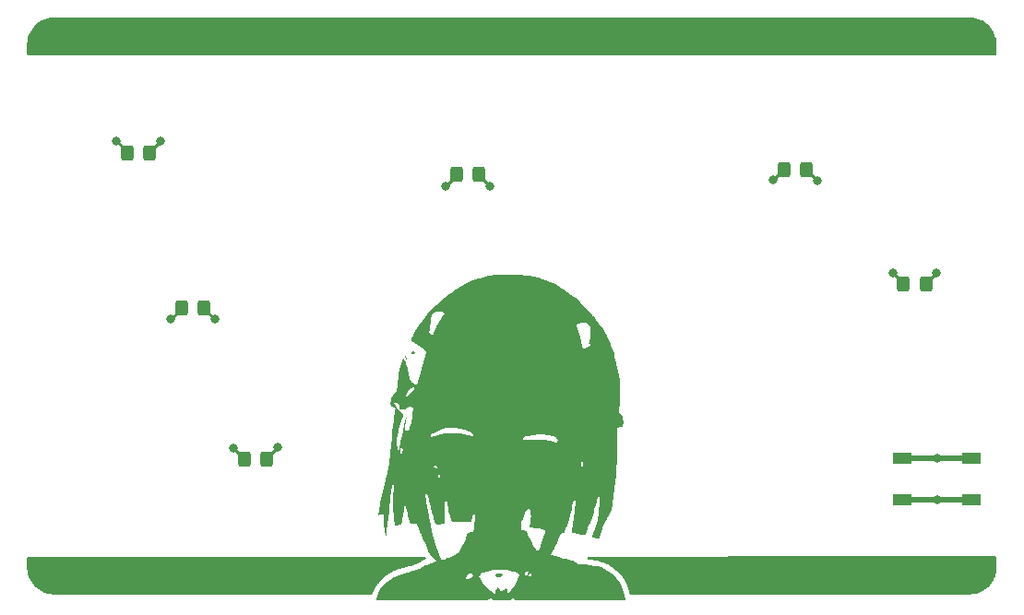
<source format=gbr>
%TF.GenerationSoftware,KiCad,Pcbnew,(6.0.8)*%
%TF.CreationDate,2022-10-23T13:20:45+08:00*%
%TF.ProjectId,LrtraPCB,4c727472-6150-4434-922e-6b696361645f,rev?*%
%TF.SameCoordinates,Original*%
%TF.FileFunction,Copper,L1,Top*%
%TF.FilePolarity,Positive*%
%FSLAX46Y46*%
G04 Gerber Fmt 4.6, Leading zero omitted, Abs format (unit mm)*
G04 Created by KiCad (PCBNEW (6.0.8)) date 2022-10-23 13:20:45*
%MOMM*%
%LPD*%
G01*
G04 APERTURE LIST*
G04 Aperture macros list*
%AMRoundRect*
0 Rectangle with rounded corners*
0 $1 Rounding radius*
0 $2 $3 $4 $5 $6 $7 $8 $9 X,Y pos of 4 corners*
0 Add a 4 corners polygon primitive as box body*
4,1,4,$2,$3,$4,$5,$6,$7,$8,$9,$2,$3,0*
0 Add four circle primitives for the rounded corners*
1,1,$1+$1,$2,$3*
1,1,$1+$1,$4,$5*
1,1,$1+$1,$6,$7*
1,1,$1+$1,$8,$9*
0 Add four rect primitives between the rounded corners*
20,1,$1+$1,$2,$3,$4,$5,0*
20,1,$1+$1,$4,$5,$6,$7,0*
20,1,$1+$1,$6,$7,$8,$9,0*
20,1,$1+$1,$8,$9,$2,$3,0*%
G04 Aperture macros list end*
%TA.AperFunction,SMDPad,CuDef*%
%ADD10RoundRect,0.250000X-0.325000X-0.450000X0.325000X-0.450000X0.325000X0.450000X-0.325000X0.450000X0*%
%TD*%
%TA.AperFunction,SMDPad,CuDef*%
%ADD11RoundRect,0.250000X0.325000X0.450000X-0.325000X0.450000X-0.325000X-0.450000X0.325000X-0.450000X0*%
%TD*%
%TA.AperFunction,SMDPad,CuDef*%
%ADD12R,1.700000X1.000000*%
%TD*%
%TA.AperFunction,ViaPad*%
%ADD13C,0.800000*%
%TD*%
%TA.AperFunction,Conductor*%
%ADD14C,0.250000*%
%TD*%
%TA.AperFunction,Conductor*%
%ADD15C,0.500000*%
%TD*%
G04 APERTURE END LIST*
%TO.C,G\u002A\u002A\u002A*%
G36*
X135040168Y-113178909D02*
G01*
X135085859Y-113271874D01*
X135074454Y-113372897D01*
X135015883Y-113434294D01*
X134920065Y-113456625D01*
X134831684Y-113433904D01*
X134807044Y-113408711D01*
X134794557Y-113332418D01*
X134805260Y-113252472D01*
X134857410Y-113164143D01*
X134938606Y-113143410D01*
X135040168Y-113178909D01*
G37*
G36*
X134278784Y-113620963D02*
G01*
X134300946Y-113720909D01*
X134323035Y-113865126D01*
X134320550Y-113927292D01*
X134294289Y-113905883D01*
X134251540Y-113815238D01*
X134222011Y-113696505D01*
X134229806Y-113601768D01*
X134254797Y-113573906D01*
X134278784Y-113620963D01*
G37*
G36*
X133390362Y-133809751D02*
G01*
X133594362Y-133725290D01*
X133825483Y-133646598D01*
X134103871Y-133566123D01*
X134449677Y-133476314D01*
X134451494Y-133475857D01*
X134685823Y-133414543D01*
X134897743Y-133354524D01*
X135067802Y-133301638D01*
X135176550Y-133261719D01*
X135194937Y-133252798D01*
X135315089Y-133203860D01*
X135412242Y-133186643D01*
X135504770Y-133158175D01*
X135621438Y-133086505D01*
X135667233Y-133049522D01*
X135766659Y-132968497D01*
X135870435Y-132901271D01*
X135996320Y-132839861D01*
X136162075Y-132776282D01*
X136385458Y-132702551D01*
X136558259Y-132648980D01*
X136800937Y-132571519D01*
X136962800Y-132508801D01*
X137049632Y-132453844D01*
X137067213Y-132399668D01*
X137021327Y-132339291D01*
X136917754Y-132265732D01*
X136890000Y-132248438D01*
X136757221Y-132145840D01*
X136625152Y-131998681D01*
X136489531Y-131799543D01*
X136346096Y-131541010D01*
X136190587Y-131215661D01*
X136018743Y-130816079D01*
X135903228Y-130530580D01*
X135802014Y-130278845D01*
X135709640Y-130054943D01*
X135631897Y-129872448D01*
X135574576Y-129744932D01*
X135543468Y-129685968D01*
X135542323Y-129684657D01*
X135507399Y-129607898D01*
X135500491Y-129550738D01*
X135485014Y-129457400D01*
X135445545Y-129320224D01*
X135415844Y-129236028D01*
X135331232Y-129012830D01*
X134706620Y-128986792D01*
X134548813Y-128508774D01*
X134475415Y-128274883D01*
X134405824Y-128032971D01*
X134349911Y-127818299D01*
X134326564Y-127714934D01*
X134268251Y-127467497D01*
X134213197Y-127304992D01*
X134163868Y-127227899D01*
X134122731Y-127236703D01*
X134092251Y-127331884D01*
X134074895Y-127513925D01*
X134071808Y-127665113D01*
X134067323Y-127868512D01*
X134055580Y-128056306D01*
X134038777Y-128197426D01*
X134031706Y-128231634D01*
X134004389Y-128354146D01*
X133970320Y-128528227D01*
X133936649Y-128717257D01*
X133935101Y-128726465D01*
X133878347Y-129065056D01*
X133617011Y-129119034D01*
X133471171Y-129144144D01*
X133360585Y-129153994D01*
X133316730Y-129148942D01*
X133282348Y-129084599D01*
X133247085Y-128937435D01*
X133211869Y-128713890D01*
X133177632Y-128420402D01*
X133145300Y-128063413D01*
X133129132Y-127848919D01*
X133108095Y-127432609D01*
X133101443Y-126972811D01*
X133109286Y-126456889D01*
X133113303Y-126352263D01*
X136082136Y-126352263D01*
X136086508Y-126514335D01*
X136110020Y-126740420D01*
X136153260Y-127035881D01*
X136216816Y-127406085D01*
X136301278Y-127856396D01*
X136322147Y-127963796D01*
X136358319Y-128152147D01*
X136403585Y-128392409D01*
X136451202Y-128648629D01*
X136481180Y-128811951D01*
X136522131Y-129029610D01*
X136561545Y-129227121D01*
X136594547Y-129380728D01*
X136613974Y-129459227D01*
X136639576Y-129555922D01*
X136679221Y-129716280D01*
X136727212Y-129916896D01*
X136771449Y-130106503D01*
X136820292Y-130314513D01*
X136864159Y-130494230D01*
X136898046Y-130625595D01*
X136916229Y-130686819D01*
X136942847Y-130773429D01*
X136947211Y-130798418D01*
X136971177Y-130870276D01*
X137002080Y-130932337D01*
X137034365Y-131008257D01*
X137085442Y-131149713D01*
X137148391Y-131336744D01*
X137216291Y-131549389D01*
X137218748Y-131557294D01*
X137310573Y-131848560D01*
X137385221Y-132062987D01*
X137451227Y-132209232D01*
X137517127Y-132295951D01*
X137591457Y-132331801D01*
X137682754Y-132325440D01*
X137799552Y-132285525D01*
X137896211Y-132244369D01*
X138061893Y-132178904D01*
X138261419Y-132109425D01*
X138395196Y-132067746D01*
X138582959Y-131998592D01*
X138730715Y-131916615D01*
X138783662Y-131871708D01*
X138871903Y-131794502D01*
X138945921Y-131758512D01*
X138951056Y-131758172D01*
X139009565Y-131741483D01*
X139073521Y-131684343D01*
X139150583Y-131576143D01*
X139248407Y-131406273D01*
X139362244Y-131188535D01*
X139452333Y-131015265D01*
X139529227Y-130873998D01*
X139583132Y-130782349D01*
X139602200Y-130756981D01*
X139628004Y-130709733D01*
X139674793Y-130596186D01*
X139735305Y-130434736D01*
X139786021Y-130291273D01*
X139940464Y-129843722D01*
X140206266Y-129807713D01*
X140472068Y-129771705D01*
X140525489Y-129454099D01*
X140551755Y-129268383D01*
X140566691Y-129134935D01*
X144837183Y-129134935D01*
X144839417Y-129214248D01*
X144852549Y-129592539D01*
X145089461Y-129630134D01*
X145240158Y-129662657D01*
X145324968Y-129707284D01*
X145364466Y-129767920D01*
X145451362Y-129975238D01*
X145567013Y-130221042D01*
X145701203Y-130486441D01*
X145843714Y-130752547D01*
X145984329Y-131000469D01*
X146112832Y-131211317D01*
X146219004Y-131366202D01*
X146249610Y-131404410D01*
X146302790Y-131456542D01*
X146352580Y-131455225D01*
X146433879Y-131401808D01*
X146517829Y-131307142D01*
X146607772Y-131149873D01*
X146667195Y-131013711D01*
X146755903Y-130773265D01*
X146840665Y-130521634D01*
X146917195Y-130274215D01*
X146981209Y-130046408D01*
X147028422Y-129853609D01*
X147054551Y-129711218D01*
X147055309Y-129634631D01*
X147052465Y-129629078D01*
X146988578Y-129592590D01*
X146861585Y-129549032D01*
X146696553Y-129505351D01*
X146518549Y-129468493D01*
X146414939Y-129452411D01*
X146279658Y-129433745D01*
X146090785Y-129406496D01*
X145882964Y-129375691D01*
X145801143Y-129363325D01*
X145715764Y-129345490D01*
X145662151Y-129313038D01*
X145637829Y-129250956D01*
X145640328Y-129144234D01*
X145667176Y-128977861D01*
X145705907Y-128785032D01*
X145740285Y-128554706D01*
X145752632Y-128319831D01*
X145744816Y-128097010D01*
X145718708Y-127902849D01*
X145676177Y-127753953D01*
X145619094Y-127666929D01*
X145578251Y-127651318D01*
X145490920Y-127678167D01*
X145381982Y-127744491D01*
X145278508Y-127828955D01*
X145207566Y-127910224D01*
X145191935Y-127955789D01*
X145185845Y-128063131D01*
X145176465Y-128097715D01*
X145149640Y-128172228D01*
X145103280Y-128302338D01*
X145049209Y-128454833D01*
X144988881Y-128608093D01*
X144930115Y-128728988D01*
X144886420Y-128790474D01*
X144855036Y-128844179D01*
X144839128Y-128954449D01*
X144837183Y-129134935D01*
X140566691Y-129134935D01*
X140578309Y-129031140D01*
X140601164Y-128780020D01*
X140610792Y-128648450D01*
X140623410Y-128428602D01*
X140626267Y-128280483D01*
X140618096Y-128186946D01*
X140597632Y-128130844D01*
X140570346Y-128100380D01*
X140500484Y-128064191D01*
X140468504Y-128069868D01*
X140417398Y-128159947D01*
X140370764Y-128307742D01*
X140336461Y-128481754D01*
X140322351Y-128650482D01*
X140322320Y-128655712D01*
X140321678Y-128878910D01*
X139417693Y-128864206D01*
X139142565Y-128858337D01*
X138898673Y-128850479D01*
X138699795Y-128841295D01*
X138559709Y-128831447D01*
X138492194Y-128821597D01*
X138488505Y-128819566D01*
X138466277Y-128765475D01*
X138428447Y-128646577D01*
X138381729Y-128484509D01*
X138361454Y-128410193D01*
X138312525Y-128230900D01*
X138269892Y-128080065D01*
X138240493Y-127982033D01*
X138234274Y-127963796D01*
X138206076Y-127884409D01*
X138199506Y-127863357D01*
X138179204Y-127796397D01*
X138172955Y-127731446D01*
X138168956Y-127654191D01*
X138148745Y-127519035D01*
X138117565Y-127351178D01*
X138080660Y-127175823D01*
X138043270Y-127018168D01*
X138010640Y-126903417D01*
X137991572Y-126859545D01*
X137948966Y-126821579D01*
X137914597Y-126826002D01*
X137887325Y-126880021D01*
X137866009Y-126990843D01*
X137849509Y-127165673D01*
X137836685Y-127411721D01*
X137826395Y-127736191D01*
X137821793Y-127932483D01*
X137799473Y-128968190D01*
X137635472Y-128981842D01*
X137512015Y-129007602D01*
X137424840Y-129052792D01*
X137417967Y-129059961D01*
X137319923Y-129118667D01*
X137209846Y-129103653D01*
X137152605Y-129057961D01*
X137089815Y-129013731D01*
X137058050Y-129015838D01*
X137015245Y-128997495D01*
X136965715Y-128919687D01*
X136963577Y-128914907D01*
X136917526Y-128819260D01*
X136885267Y-128767311D01*
X136861382Y-128707065D01*
X136860983Y-128700352D01*
X136849990Y-128587998D01*
X136825648Y-128445154D01*
X136794790Y-128304213D01*
X136764250Y-128197569D01*
X136747295Y-128161346D01*
X136718416Y-128095971D01*
X136680078Y-127969909D01*
X136640412Y-127810003D01*
X136639123Y-127804228D01*
X136596497Y-127621738D01*
X136542205Y-127402847D01*
X136480593Y-127163577D01*
X136416008Y-126919951D01*
X136352796Y-126687991D01*
X136295304Y-126483720D01*
X136247877Y-126323160D01*
X136214862Y-126222333D01*
X136202894Y-126196099D01*
X136146702Y-126190139D01*
X136128453Y-126198692D01*
X136096314Y-126248837D01*
X136082136Y-126352263D01*
X133113303Y-126352263D01*
X133131736Y-125872211D01*
X133149480Y-125532157D01*
X133133914Y-125421077D01*
X133086812Y-125385344D01*
X133057081Y-125396084D01*
X133028475Y-125444863D01*
X133000018Y-125538021D01*
X132970734Y-125681900D01*
X132939645Y-125882842D01*
X132905775Y-126147188D01*
X132868148Y-126481279D01*
X132825786Y-126891456D01*
X132777714Y-127384061D01*
X132775636Y-127405800D01*
X132747164Y-127686447D01*
X132712525Y-128002167D01*
X132677097Y-128304842D01*
X132658386Y-128454833D01*
X132627026Y-128699039D01*
X132595193Y-128947996D01*
X132567333Y-129166882D01*
X132552940Y-129280668D01*
X132531364Y-129494037D01*
X132516265Y-129722693D01*
X132511627Y-129872144D01*
X132502399Y-130030826D01*
X132480670Y-130125639D01*
X132451398Y-130149482D01*
X132419543Y-130095258D01*
X132402473Y-130028383D01*
X132332337Y-129609210D01*
X132281922Y-129131932D01*
X132257366Y-128755216D01*
X132242544Y-128534165D01*
X132223308Y-128342539D01*
X132202039Y-128199619D01*
X132181119Y-128124687D01*
X132179106Y-128121634D01*
X132136229Y-128087246D01*
X132072113Y-128093279D01*
X131959599Y-128142549D01*
X131954859Y-128144889D01*
X131844123Y-128197661D01*
X131771753Y-128228417D01*
X131759997Y-128231634D01*
X131752206Y-128189950D01*
X131762584Y-128072019D01*
X131788948Y-127888523D01*
X131829118Y-127650146D01*
X131880912Y-127367569D01*
X131942150Y-127051476D01*
X132010650Y-126712548D01*
X132084231Y-126361469D01*
X132160712Y-126008920D01*
X132237912Y-125665585D01*
X132313649Y-125342146D01*
X132385743Y-125049285D01*
X132452012Y-124797686D01*
X132484597Y-124682777D01*
X132545788Y-124456733D01*
X132548626Y-124443451D01*
X137234706Y-124443451D01*
X137234882Y-124530687D01*
X137268385Y-124665013D01*
X137316635Y-124750318D01*
X137368491Y-124769548D01*
X137384024Y-124758964D01*
X137402959Y-124679488D01*
X137370685Y-124552640D01*
X137317118Y-124448030D01*
X137266461Y-124410773D01*
X137234706Y-124443451D01*
X132548626Y-124443451D01*
X132593749Y-124232245D01*
X132616945Y-124102460D01*
X132634071Y-124030018D01*
X132643585Y-124013181D01*
X132659691Y-123969224D01*
X132683751Y-123839273D01*
X132686919Y-123818353D01*
X136831310Y-123818353D01*
X136845376Y-123841438D01*
X136922282Y-123882203D01*
X137025831Y-123887193D01*
X137112949Y-123858391D01*
X137138620Y-123827935D01*
X137135457Y-123749738D01*
X137109357Y-123681746D01*
X137072882Y-123613593D01*
X150374352Y-123613593D01*
X150377439Y-123718832D01*
X150383512Y-123750074D01*
X150421570Y-123798887D01*
X150461040Y-123767924D01*
X150495493Y-123666346D01*
X150512153Y-123566784D01*
X150534215Y-123425855D01*
X150560430Y-123308826D01*
X150564962Y-123293942D01*
X150567918Y-123207915D01*
X150519000Y-123170132D01*
X150447555Y-123151974D01*
X150427557Y-123155103D01*
X150409014Y-123213334D01*
X150392435Y-123329833D01*
X150380115Y-123473590D01*
X150374352Y-123613593D01*
X137072882Y-123613593D01*
X137059642Y-123588853D01*
X136928291Y-123685965D01*
X136844035Y-123761594D01*
X136831310Y-123818353D01*
X132686919Y-123818353D01*
X132704734Y-123700703D01*
X132728989Y-123590652D01*
X132744271Y-123544464D01*
X132755652Y-123477535D01*
X132768684Y-123339341D01*
X132782005Y-123147845D01*
X132794255Y-122921012D01*
X132798196Y-122832844D01*
X132810383Y-122599644D01*
X132819461Y-122477108D01*
X133772215Y-122477108D01*
X133793100Y-122548034D01*
X133836616Y-122540160D01*
X133901176Y-122449916D01*
X133930050Y-122394991D01*
X133984470Y-122248288D01*
X133984953Y-122107179D01*
X133974136Y-122049804D01*
X133934628Y-121904032D01*
X133897999Y-121845555D01*
X133862813Y-121874910D01*
X133827631Y-121992636D01*
X133804698Y-122113149D01*
X133775552Y-122330956D01*
X133772215Y-122477108D01*
X132819461Y-122477108D01*
X132825377Y-122397243D01*
X132841561Y-122242929D01*
X132857319Y-122153992D01*
X132862863Y-122140928D01*
X132884135Y-122075809D01*
X132905665Y-121947596D01*
X132923212Y-121782363D01*
X132925027Y-121758875D01*
X132971060Y-121199917D01*
X133027087Y-120626531D01*
X133090046Y-120066429D01*
X133156876Y-119547321D01*
X133207160Y-119204980D01*
X133244455Y-118953495D01*
X133273652Y-118729836D01*
X133292957Y-118550132D01*
X133300579Y-118430511D01*
X133297702Y-118390305D01*
X133235736Y-118338199D01*
X133142942Y-118321617D01*
X132996196Y-118283164D01*
X132897173Y-118177613D01*
X132857844Y-118019676D01*
X132858827Y-117972509D01*
X132865173Y-117910944D01*
X133207913Y-117910944D01*
X133250347Y-118015664D01*
X133334302Y-118157199D01*
X133450369Y-118321053D01*
X133589137Y-118492734D01*
X133725800Y-118642102D01*
X133855333Y-118773972D01*
X133943719Y-118873453D01*
X133993064Y-118959671D01*
X134005472Y-119051754D01*
X133983047Y-119168828D01*
X133927896Y-119330020D01*
X133842122Y-119554458D01*
X133829761Y-119586837D01*
X133694829Y-119997581D01*
X133578382Y-120465709D01*
X133492334Y-120933040D01*
X133464840Y-121110233D01*
X133441151Y-121258959D01*
X133425556Y-121352387D01*
X133423573Y-121363197D01*
X133420726Y-121464128D01*
X133433400Y-121620349D01*
X133457111Y-121801017D01*
X133487376Y-121975292D01*
X133519712Y-122112330D01*
X133540653Y-122168617D01*
X133582669Y-122222948D01*
X133619906Y-122210444D01*
X133656451Y-122124423D01*
X133696394Y-121958203D01*
X133709438Y-121892794D01*
X133747676Y-121701319D01*
X133799701Y-121449042D01*
X133844881Y-121233926D01*
X144991601Y-121233926D01*
X145009112Y-121281416D01*
X145080240Y-121304263D01*
X145216593Y-121306245D01*
X145426142Y-121291458D01*
X146016568Y-121260302D01*
X146574003Y-121271280D01*
X147080726Y-121323597D01*
X147370693Y-121378516D01*
X147578297Y-121427890D01*
X147762523Y-121474547D01*
X147900439Y-121512514D01*
X147961185Y-121532283D01*
X148075234Y-121562617D01*
X148144084Y-121529874D01*
X148191625Y-121421501D01*
X148195170Y-121409375D01*
X148213438Y-121307869D01*
X148186220Y-121231241D01*
X148106558Y-121145497D01*
X148037615Y-121089527D01*
X147952072Y-121042615D01*
X147835125Y-121000141D01*
X147671968Y-120957487D01*
X147447797Y-120910035D01*
X147200909Y-120862976D01*
X146948383Y-120830905D01*
X146664045Y-120819296D01*
X146362672Y-120826152D01*
X146059045Y-120849479D01*
X145767944Y-120887279D01*
X145504147Y-120937558D01*
X145282434Y-120998319D01*
X145117584Y-121067567D01*
X145024378Y-121143305D01*
X145016100Y-121158016D01*
X144991601Y-121233926D01*
X133844881Y-121233926D01*
X133859922Y-121162314D01*
X133896216Y-120991990D01*
X136527241Y-120991990D01*
X136533625Y-121028126D01*
X136563351Y-121042426D01*
X136632274Y-121033056D01*
X136756252Y-120998179D01*
X136917839Y-120946759D01*
X137154669Y-120876254D01*
X137419407Y-120806869D01*
X137659689Y-120752215D01*
X137687874Y-120746615D01*
X138198586Y-120682584D01*
X138746848Y-120677175D01*
X139303541Y-120729626D01*
X139674341Y-120798473D01*
X139949415Y-120860457D01*
X140150023Y-120904310D01*
X140288731Y-120931812D01*
X140378105Y-120944743D01*
X140430709Y-120944884D01*
X140459110Y-120934016D01*
X140475873Y-120913918D01*
X140476943Y-120912198D01*
X140475442Y-120837637D01*
X140400744Y-120746602D01*
X140265447Y-120647312D01*
X140082152Y-120547987D01*
X139863457Y-120456846D01*
X139694754Y-120401943D01*
X139252195Y-120291194D01*
X138846209Y-120228760D01*
X138441205Y-120210386D01*
X138169195Y-120219598D01*
X137895241Y-120241113D01*
X137709163Y-120267796D01*
X137609697Y-120299850D01*
X137596299Y-120310850D01*
X137527020Y-120356948D01*
X137403997Y-120409499D01*
X137315857Y-120438546D01*
X137144403Y-120501827D01*
X136978253Y-120583367D01*
X136920207Y-120619185D01*
X136800162Y-120688971D01*
X136696757Y-120728683D01*
X136670968Y-120732162D01*
X136573122Y-120751993D01*
X136552018Y-120806244D01*
X136577734Y-120850814D01*
X136604555Y-120900807D01*
X136577347Y-120910721D01*
X136535404Y-120947667D01*
X136527241Y-120991990D01*
X133896216Y-120991990D01*
X133922747Y-120867486D01*
X133982587Y-120590907D01*
X134033850Y-120358927D01*
X134050417Y-120285765D01*
X134095521Y-120085513D01*
X134147046Y-119852248D01*
X134188591Y-119660808D01*
X134231771Y-119476224D01*
X134270462Y-119339868D01*
X134300928Y-119259829D01*
X134319435Y-119244195D01*
X134322249Y-119301056D01*
X134312250Y-119392970D01*
X134288267Y-119545823D01*
X134253818Y-119739349D01*
X134223049Y-119898085D01*
X134191195Y-120074338D01*
X134168907Y-120234374D01*
X134161336Y-120335345D01*
X134166921Y-120420818D01*
X134200865Y-120452146D01*
X134288953Y-120445168D01*
X134328735Y-120438163D01*
X134445160Y-120414272D01*
X134519952Y-120393652D01*
X134526987Y-120390490D01*
X134585966Y-120318429D01*
X134649992Y-120176081D01*
X134712999Y-119981742D01*
X134768916Y-119753708D01*
X134806014Y-119549209D01*
X134835961Y-119334255D01*
X134863730Y-119104028D01*
X134887803Y-118875547D01*
X134906666Y-118665831D01*
X134913778Y-118563893D01*
X153012262Y-118563893D01*
X153021617Y-118589455D01*
X153070972Y-118615985D01*
X153098653Y-118597234D01*
X153120252Y-118525738D01*
X153110897Y-118500176D01*
X153061542Y-118473646D01*
X153033860Y-118492397D01*
X153012262Y-118563893D01*
X134913778Y-118563893D01*
X134918800Y-118491900D01*
X134922690Y-118370771D01*
X134916820Y-118319466D01*
X134915637Y-118318831D01*
X134714754Y-118291909D01*
X134573204Y-118289136D01*
X134463332Y-118314561D01*
X134357484Y-118372234D01*
X134306135Y-118408090D01*
X134178885Y-118490933D01*
X134077980Y-118524767D01*
X133964247Y-118521226D01*
X133938317Y-118517347D01*
X133803342Y-118478719D01*
X133720613Y-118402302D01*
X133693795Y-118355203D01*
X133654177Y-118254565D01*
X133647385Y-118189291D01*
X133648782Y-118186398D01*
X133655774Y-118100142D01*
X133596627Y-118004734D01*
X133488663Y-117922727D01*
X133424844Y-117894835D01*
X133308194Y-117862430D01*
X133228270Y-117854159D01*
X133216410Y-117857530D01*
X133207913Y-117910944D01*
X132865173Y-117910944D01*
X132882659Y-117741301D01*
X133089983Y-117741301D01*
X133106316Y-117778044D01*
X133119742Y-117771060D01*
X133125085Y-117718083D01*
X133119742Y-117711541D01*
X133093204Y-117717668D01*
X133089983Y-117741301D01*
X132882659Y-117741301D01*
X132887141Y-117697814D01*
X132933284Y-117489436D01*
X133005770Y-117324903D01*
X133080093Y-117225776D01*
X134255901Y-117225776D01*
X134280375Y-117265144D01*
X134312411Y-117286291D01*
X134353546Y-117281500D01*
X134415315Y-117242415D01*
X134509254Y-117160680D01*
X134646898Y-117027939D01*
X134752300Y-116923290D01*
X134909704Y-116765320D01*
X135011273Y-116658203D01*
X135064535Y-116589896D01*
X135077019Y-116548357D01*
X135056254Y-116521545D01*
X135016570Y-116500622D01*
X134941189Y-116480443D01*
X134861231Y-116498194D01*
X134764452Y-116562054D01*
X134638611Y-116680202D01*
X134471466Y-116860817D01*
X134462654Y-116870682D01*
X134330852Y-117030354D01*
X134263619Y-117145073D01*
X134255901Y-117225776D01*
X133080093Y-117225776D01*
X133113110Y-117181740D01*
X133186509Y-117107348D01*
X133408000Y-116897472D01*
X133473168Y-116303833D01*
X133516497Y-115953417D01*
X133569829Y-115592722D01*
X133630531Y-115234119D01*
X133695971Y-114889979D01*
X133763517Y-114572671D01*
X133830536Y-114294567D01*
X133894397Y-114068037D01*
X133952467Y-113905450D01*
X134001788Y-113819503D01*
X134057048Y-113777838D01*
X134088580Y-113812420D01*
X134098141Y-113838560D01*
X134129619Y-113916323D01*
X134188786Y-114051011D01*
X134265113Y-114218865D01*
X134300660Y-114295478D01*
X134385728Y-114496453D01*
X134446083Y-114676738D01*
X134473142Y-114809999D01*
X134473814Y-114826701D01*
X134484393Y-114969939D01*
X134512306Y-115160566D01*
X134551816Y-115370383D01*
X134597187Y-115571193D01*
X134642682Y-115734796D01*
X134676254Y-115821793D01*
X134765653Y-115951805D01*
X134886890Y-116072668D01*
X135020600Y-116171381D01*
X135147420Y-116234939D01*
X135247985Y-116250339D01*
X135286894Y-116231841D01*
X135313915Y-116174858D01*
X135356926Y-116050589D01*
X135409680Y-115878213D01*
X135458203Y-115705666D01*
X135532361Y-115432885D01*
X135615030Y-115130965D01*
X135702387Y-114813653D01*
X135790609Y-114494696D01*
X135875871Y-114187843D01*
X135954351Y-113906840D01*
X136022224Y-113665437D01*
X136075668Y-113477380D01*
X136110859Y-113356417D01*
X136118713Y-113330707D01*
X136143054Y-113219414D01*
X136121312Y-113149388D01*
X136089582Y-113116198D01*
X135933288Y-112988503D01*
X135724208Y-112832585D01*
X135486455Y-112665580D01*
X135244144Y-112504620D01*
X135109930Y-112420117D01*
X134951889Y-112317196D01*
X134827788Y-112225244D01*
X134754389Y-112157294D01*
X134741652Y-112133830D01*
X134763475Y-112050906D01*
X134822961Y-111908803D01*
X134911134Y-111724469D01*
X135019019Y-111514857D01*
X135121621Y-111326353D01*
X136402507Y-111326353D01*
X136409558Y-111391676D01*
X136479768Y-111495595D01*
X136532692Y-111558088D01*
X136626053Y-111653274D01*
X136688932Y-111683944D01*
X136733571Y-111665775D01*
X136787004Y-111596188D01*
X136795288Y-111564394D01*
X136816734Y-111484978D01*
X136875456Y-111343490D01*
X136963571Y-111154874D01*
X137073198Y-110934073D01*
X137190759Y-110707032D01*
X149936648Y-110707032D01*
X149942034Y-110768293D01*
X149971973Y-110895737D01*
X150021664Y-111071230D01*
X150086306Y-111276639D01*
X150092089Y-111294150D01*
X150177281Y-111565990D01*
X150265692Y-111872621D01*
X150344794Y-112169482D01*
X150386153Y-112339895D01*
X150433975Y-112546491D01*
X150475837Y-112723434D01*
X150507061Y-112851202D01*
X150522542Y-112909051D01*
X150579917Y-112959562D01*
X150692297Y-112945874D01*
X150853793Y-112869076D01*
X150903651Y-112838556D01*
X151029713Y-112751879D01*
X151129634Y-112671849D01*
X151161752Y-112639632D01*
X151196242Y-112557880D01*
X151172622Y-112497904D01*
X151104042Y-112489472D01*
X151096561Y-112492086D01*
X151056902Y-112497704D01*
X151069637Y-112452501D01*
X151088709Y-112417009D01*
X151113948Y-112369885D01*
X151132416Y-112322748D01*
X151146687Y-112258854D01*
X151159333Y-112161460D01*
X151172927Y-112013822D01*
X151190042Y-111799196D01*
X151196581Y-111714939D01*
X151216344Y-111438269D01*
X151225069Y-111234606D01*
X151220979Y-111088161D01*
X151202297Y-110983141D01*
X151167245Y-110903756D01*
X151114046Y-110834217D01*
X151095145Y-110813821D01*
X150929834Y-110668616D01*
X150757210Y-110584352D01*
X150556785Y-110556286D01*
X150308073Y-110579673D01*
X150186119Y-110603304D01*
X150052901Y-110640780D01*
X149960564Y-110683389D01*
X149936648Y-110707032D01*
X137190759Y-110707032D01*
X137196455Y-110696032D01*
X137325460Y-110455694D01*
X137452330Y-110228005D01*
X137569184Y-110027907D01*
X137668139Y-109870346D01*
X137741314Y-109770264D01*
X137741983Y-109769496D01*
X137795573Y-109698221D01*
X137786147Y-109647928D01*
X137730679Y-109592892D01*
X137617040Y-109532356D01*
X137433719Y-109498793D01*
X137361709Y-109493381D01*
X137091185Y-109507385D01*
X136881980Y-109585333D01*
X136731809Y-109729359D01*
X136638382Y-109941599D01*
X136600327Y-110203823D01*
X136583786Y-110372488D01*
X136555595Y-110518957D01*
X136528726Y-110596172D01*
X136493364Y-110732592D01*
X136491157Y-110942133D01*
X136494043Y-110983042D01*
X136501934Y-111148482D01*
X136490987Y-111243400D01*
X136458989Y-111284995D01*
X136454923Y-111286741D01*
X136402507Y-111326353D01*
X135121621Y-111326353D01*
X135137643Y-111296916D01*
X135258029Y-111087596D01*
X135371203Y-110903848D01*
X135466487Y-110764893D01*
X135606977Y-110576230D01*
X135756701Y-110373798D01*
X135886435Y-110197127D01*
X135902674Y-110174868D01*
X136016777Y-110020878D01*
X136116759Y-109894410D01*
X136221020Y-109774600D01*
X136347960Y-109640584D01*
X136515979Y-109471496D01*
X136571914Y-109415993D01*
X136848388Y-109142690D01*
X137070538Y-108924597D01*
X137246969Y-108753592D01*
X137386282Y-108621552D01*
X137497083Y-108520356D01*
X137587974Y-108441881D01*
X137667560Y-108378006D01*
X137687874Y-108362475D01*
X137820101Y-108260831D01*
X137989731Y-108128383D01*
X138164596Y-107990279D01*
X138201230Y-107961111D01*
X138396062Y-107814142D01*
X138617482Y-107659740D01*
X138820478Y-107529184D01*
X138837346Y-107519052D01*
X138984737Y-107427600D01*
X139096980Y-107351038D01*
X139156137Y-107301877D01*
X139160984Y-107293315D01*
X139198734Y-107264073D01*
X139301068Y-107205322D01*
X139451618Y-107125201D01*
X139634014Y-107031845D01*
X139831886Y-106933391D01*
X140028865Y-106837977D01*
X140208580Y-106753738D01*
X140354663Y-106688812D01*
X140450744Y-106651336D01*
X140455536Y-106649841D01*
X140580319Y-106606605D01*
X140701055Y-106558485D01*
X140829021Y-106512399D01*
X141023502Y-106453331D01*
X141263680Y-106386831D01*
X141528735Y-106318446D01*
X141797846Y-106253725D01*
X142050195Y-106198215D01*
X142062566Y-106195664D01*
X142319792Y-106157867D01*
X142649209Y-106132725D01*
X143034712Y-106119660D01*
X143460199Y-106118095D01*
X143909567Y-106127453D01*
X144366712Y-106147156D01*
X144815530Y-106176627D01*
X145239919Y-106215290D01*
X145623776Y-106262566D01*
X145950996Y-106317879D01*
X146046832Y-106338492D01*
X146427110Y-106433755D01*
X146808595Y-106543414D01*
X147175561Y-106661898D01*
X147512286Y-106783638D01*
X147803045Y-106903063D01*
X148032115Y-107014601D01*
X148140459Y-107080218D01*
X148237588Y-107137306D01*
X148307027Y-107161676D01*
X148307858Y-107161687D01*
X148354622Y-107190570D01*
X148356766Y-107202498D01*
X148391924Y-107245635D01*
X148483324Y-107316659D01*
X148589446Y-107386478D01*
X148733232Y-107480176D01*
X148915732Y-107606405D01*
X149105116Y-107742971D01*
X149171076Y-107792064D01*
X149322352Y-107903899D01*
X149446406Y-107992005D01*
X149526525Y-108044706D01*
X149546733Y-108054482D01*
X149605778Y-108081997D01*
X149712635Y-108154716D01*
X149848951Y-108257898D01*
X149996376Y-108376800D01*
X150136557Y-108496682D01*
X150251145Y-108602802D01*
X150315194Y-108671777D01*
X150393069Y-108762335D01*
X150518790Y-108900018D01*
X150677258Y-109068638D01*
X150853374Y-109252008D01*
X150923626Y-109324069D01*
X151100031Y-109507745D01*
X151261684Y-109682545D01*
X151394340Y-109832598D01*
X151483754Y-109942033D01*
X151504524Y-109971345D01*
X151605351Y-110111318D01*
X151723054Y-110253755D01*
X151745227Y-110278063D01*
X151828478Y-110375271D01*
X151877647Y-110448288D01*
X151883304Y-110465563D01*
X151916542Y-110520849D01*
X151943237Y-110540928D01*
X152006987Y-110601422D01*
X152081641Y-110700719D01*
X152087960Y-110710545D01*
X152166556Y-110825514D01*
X152239006Y-110917814D01*
X152240719Y-110919723D01*
X152290263Y-110992281D01*
X152369437Y-111128163D01*
X152469322Y-111310165D01*
X152580999Y-111521085D01*
X152695550Y-111743717D01*
X152804054Y-111960858D01*
X152897592Y-112155306D01*
X152967245Y-112309855D01*
X152988579Y-112362214D01*
X153044871Y-112507404D01*
X153093146Y-112630023D01*
X153111140Y-112674692D01*
X153144044Y-112756056D01*
X153155716Y-112786292D01*
X153177253Y-112837251D01*
X153222111Y-112939079D01*
X153243572Y-112987170D01*
X153300806Y-113140027D01*
X153370033Y-113364930D01*
X153447425Y-113646062D01*
X153529155Y-113967604D01*
X153611394Y-114313736D01*
X153690314Y-114668639D01*
X153762088Y-115016496D01*
X153822886Y-115341486D01*
X153845176Y-115473177D01*
X153886116Y-115784994D01*
X153916936Y-116143256D01*
X153937435Y-116528952D01*
X153947415Y-116923072D01*
X153946673Y-117306606D01*
X153935012Y-117660544D01*
X153912231Y-117965876D01*
X153878131Y-118203592D01*
X153874083Y-118222947D01*
X153859660Y-118325400D01*
X153847044Y-118475619D01*
X153841902Y-118572191D01*
X153841331Y-118722235D01*
X153861452Y-118815782D01*
X153912080Y-118884950D01*
X153947074Y-118916379D01*
X154057859Y-119031144D01*
X154133912Y-119170147D01*
X154189163Y-119361530D01*
X154204245Y-119435896D01*
X154222347Y-119615715D01*
X154215193Y-119800430D01*
X154186505Y-119963666D01*
X154140004Y-120079045D01*
X154108845Y-120112134D01*
X154025659Y-120137988D01*
X153901543Y-120150869D01*
X153883566Y-120151162D01*
X153765798Y-120165576D01*
X153689019Y-120200154D01*
X153682687Y-120207645D01*
X153674666Y-120263285D01*
X153667119Y-120398289D01*
X153660262Y-120602744D01*
X153654304Y-120866734D01*
X153649460Y-121180346D01*
X153645941Y-121533665D01*
X153643960Y-121916777D01*
X153643712Y-122026714D01*
X153641689Y-122554598D01*
X153637223Y-123004880D01*
X153629944Y-123389210D01*
X153619481Y-123719240D01*
X153605462Y-124006622D01*
X153587517Y-124263008D01*
X153565275Y-124500050D01*
X153564832Y-124504218D01*
X153537282Y-124756384D01*
X153510967Y-124985176D01*
X153488095Y-125172276D01*
X153470871Y-125299365D01*
X153464406Y-125338030D01*
X153418413Y-125603485D01*
X153375790Y-125924333D01*
X153340899Y-126266697D01*
X153333829Y-126352527D01*
X153313784Y-126537919D01*
X153285457Y-126716836D01*
X153263658Y-126816078D01*
X153238791Y-126955914D01*
X153237901Y-127076654D01*
X153241464Y-127095861D01*
X153245171Y-127201682D01*
X153224525Y-127358942D01*
X153185955Y-127542804D01*
X153135889Y-127728430D01*
X153080756Y-127890981D01*
X153026985Y-128005620D01*
X152996542Y-128042174D01*
X152934978Y-128118216D01*
X152873350Y-128245047D01*
X152847740Y-128319073D01*
X152769704Y-128545616D01*
X152687727Y-128703028D01*
X152592793Y-128810103D01*
X152548966Y-128876438D01*
X152485680Y-129009873D01*
X152410661Y-129192467D01*
X152331633Y-129406279D01*
X152313277Y-129459227D01*
X152208999Y-129762321D01*
X152127976Y-129990777D01*
X152065013Y-130154583D01*
X152014918Y-130263726D01*
X151972496Y-130328194D01*
X151932552Y-130357975D01*
X151889892Y-130363056D01*
X151847256Y-130355329D01*
X151723785Y-130330478D01*
X151570494Y-130304999D01*
X151537346Y-130300171D01*
X151421579Y-130273409D01*
X151354434Y-130237647D01*
X151347650Y-130223456D01*
X151351865Y-130191259D01*
X151367689Y-130135445D01*
X151399923Y-130042412D01*
X151453372Y-129898557D01*
X151532836Y-129690277D01*
X151570184Y-129593146D01*
X151606280Y-129494040D01*
X151622918Y-129437879D01*
X151623006Y-129436907D01*
X151643252Y-129384641D01*
X151673873Y-129325308D01*
X151708780Y-129228798D01*
X151711150Y-129175855D01*
X151728720Y-129097807D01*
X151768167Y-129039059D01*
X151811571Y-128948900D01*
X151855687Y-128778631D01*
X151899124Y-128537396D01*
X151940490Y-128234340D01*
X151978394Y-127878608D01*
X152011446Y-127479344D01*
X152016619Y-127405800D01*
X152038259Y-127077681D01*
X152052356Y-126827776D01*
X152058915Y-126645338D01*
X152057941Y-126519620D01*
X152049440Y-126439876D01*
X152033418Y-126395360D01*
X152017140Y-126379034D01*
X151990236Y-126375973D01*
X151961410Y-126406476D01*
X151927369Y-126479933D01*
X151884814Y-126605735D01*
X151830453Y-126793270D01*
X151760988Y-127051930D01*
X151703793Y-127271881D01*
X151638536Y-127522137D01*
X151575674Y-127758378D01*
X151520944Y-127959374D01*
X151480084Y-128103900D01*
X151468532Y-128142355D01*
X151423851Y-128273298D01*
X151353618Y-128464767D01*
X151266387Y-128694782D01*
X151170710Y-128941359D01*
X151075140Y-129182517D01*
X150988231Y-129396274D01*
X150918536Y-129560648D01*
X150904036Y-129593146D01*
X150843537Y-129745402D01*
X150796918Y-129894839D01*
X150790675Y-129921127D01*
X150758329Y-130021998D01*
X150709016Y-130054368D01*
X150662371Y-130049456D01*
X150539263Y-130024233D01*
X150357487Y-129989124D01*
X150146331Y-129949553D01*
X149935082Y-129910947D01*
X149753029Y-129878730D01*
X149635726Y-129859279D01*
X149525558Y-129837896D01*
X149482555Y-129800839D01*
X149485554Y-129719440D01*
X149494824Y-129668411D01*
X149527117Y-129481897D01*
X149567014Y-129229240D01*
X149611337Y-128932922D01*
X149656912Y-128615425D01*
X149700563Y-128299234D01*
X149739113Y-128006829D01*
X149769388Y-127760695D01*
X149786049Y-127606678D01*
X149812278Y-127309168D01*
X149825619Y-127090306D01*
X149825826Y-126940365D01*
X149812656Y-126849613D01*
X149785866Y-126808322D01*
X149765926Y-126803163D01*
X149700619Y-126840044D01*
X149678553Y-126881283D01*
X149599052Y-127160234D01*
X149535676Y-127410309D01*
X149492432Y-127614136D01*
X149473330Y-127754345D01*
X149472759Y-127773180D01*
X149463200Y-127872330D01*
X149439901Y-127918693D01*
X149437051Y-127919156D01*
X149408929Y-127962375D01*
X149370576Y-128087917D01*
X149323588Y-128289613D01*
X149269557Y-128561294D01*
X149265398Y-128583606D01*
X149229867Y-128702220D01*
X149179733Y-128817497D01*
X149134487Y-128912209D01*
X149115244Y-128966890D01*
X149115247Y-128967935D01*
X149100577Y-129020469D01*
X149062664Y-129119936D01*
X149054394Y-129139962D01*
X149005054Y-129270970D01*
X148948630Y-129438938D01*
X148920368Y-129530347D01*
X148861272Y-129712906D01*
X148810473Y-129822070D01*
X148757984Y-129871831D01*
X148693819Y-129876182D01*
X148676350Y-129872228D01*
X148611809Y-129868151D01*
X148551317Y-129898703D01*
X148487983Y-129974037D01*
X148414916Y-130104303D01*
X148325225Y-130299656D01*
X148226422Y-130535053D01*
X148121172Y-130777351D01*
X148002899Y-131026939D01*
X147887249Y-131251878D01*
X147803212Y-131399002D01*
X147710526Y-131555309D01*
X147639598Y-131686535D01*
X147601479Y-131771743D01*
X147597891Y-131788029D01*
X147637539Y-131857821D01*
X147736692Y-131910144D01*
X147865666Y-131931518D01*
X147909444Y-131929510D01*
X148043674Y-131947818D01*
X148121556Y-131992820D01*
X148207294Y-132040388D01*
X148350037Y-132090924D01*
X148515881Y-132132806D01*
X148778339Y-132189386D01*
X149038255Y-132250558D01*
X149277092Y-132311475D01*
X149476314Y-132367290D01*
X149617382Y-132413155D01*
X149665499Y-132433416D01*
X149764180Y-132492649D01*
X149887120Y-132576803D01*
X149917007Y-132598753D01*
X150018478Y-132662592D01*
X150130871Y-132700962D01*
X150284304Y-132721871D01*
X150408044Y-132729343D01*
X150791642Y-132756953D01*
X151177880Y-132803012D01*
X151550250Y-132864184D01*
X151892245Y-132937136D01*
X152187357Y-133018533D01*
X152419078Y-133105040D01*
X152516222Y-133155209D01*
X152941530Y-133429784D01*
X153290742Y-133698715D01*
X153574908Y-133975751D01*
X153805080Y-134274642D01*
X153992308Y-134609135D01*
X154147644Y-134992981D01*
X154245772Y-135307030D01*
X154305401Y-135510901D01*
X154360647Y-135688172D01*
X154404801Y-135817988D01*
X154428678Y-135875581D01*
X154465520Y-135961831D01*
X154472408Y-135998340D01*
X154428925Y-136006416D01*
X154298330Y-136013693D01*
X154080398Y-136020173D01*
X153774909Y-136025858D01*
X153381639Y-136030750D01*
X152900366Y-136034850D01*
X152330868Y-136038162D01*
X151672921Y-136040686D01*
X150926305Y-136042425D01*
X150090796Y-136043381D01*
X149430420Y-136043585D01*
X144388431Y-136043585D01*
X144268014Y-135931986D01*
X144165541Y-135857164D01*
X144073307Y-135820999D01*
X144063878Y-135820387D01*
X143984941Y-135857340D01*
X143929312Y-135931986D01*
X143878464Y-136043585D01*
X142312970Y-136043585D01*
X142189262Y-135925065D01*
X142065554Y-135806546D01*
X141886458Y-135925065D01*
X141707363Y-136043585D01*
X136617478Y-136043585D01*
X135951419Y-136043388D01*
X135310797Y-136042815D01*
X134701209Y-136041889D01*
X134128252Y-136040637D01*
X133597522Y-136039084D01*
X133114616Y-136037254D01*
X132685132Y-136035174D01*
X132314665Y-136032868D01*
X132008814Y-136030362D01*
X131773174Y-136027680D01*
X131613343Y-136024849D01*
X131534917Y-136021892D01*
X131527593Y-136020660D01*
X131545042Y-135966191D01*
X131565941Y-135920220D01*
X131600729Y-135835362D01*
X131648857Y-135700745D01*
X131681538Y-135602261D01*
X131858362Y-135190075D01*
X132112097Y-134799572D01*
X132430648Y-134445395D01*
X132801926Y-134142186D01*
X132983122Y-134026188D01*
X133172164Y-133919481D01*
X139785218Y-133919481D01*
X139796974Y-134023677D01*
X139815700Y-134049678D01*
X139899873Y-134079613D01*
X140030105Y-134072150D01*
X140173905Y-134032325D01*
X140281536Y-133977464D01*
X140404596Y-133865232D01*
X140419643Y-133824354D01*
X140970888Y-133824354D01*
X141070330Y-133890381D01*
X141149463Y-133983447D01*
X141169772Y-134063996D01*
X141204075Y-134245565D01*
X141310540Y-134436801D01*
X141494502Y-134646578D01*
X141554763Y-134704394D01*
X141825602Y-134954818D01*
X142039229Y-135146679D01*
X142201746Y-135284360D01*
X142319257Y-135372240D01*
X142397865Y-135414702D01*
X142443674Y-135416127D01*
X142462786Y-135380896D01*
X142464324Y-135357344D01*
X142482455Y-135277574D01*
X142527535Y-135156820D01*
X142585596Y-135026448D01*
X142642668Y-134917827D01*
X142684765Y-134862337D01*
X142763949Y-134855176D01*
X142839482Y-134898601D01*
X142866081Y-134956259D01*
X142889229Y-135038808D01*
X142943654Y-135136634D01*
X143006829Y-135214907D01*
X143049645Y-135240070D01*
X143102659Y-135212345D01*
X143195503Y-135141359D01*
X143261960Y-135083831D01*
X143368702Y-134995034D01*
X143452985Y-134938432D01*
X143482279Y-134927592D01*
X143529633Y-134964343D01*
X143565966Y-135043599D01*
X143573208Y-135118862D01*
X143563853Y-135137495D01*
X143565658Y-135189321D01*
X143602433Y-135283895D01*
X143609917Y-135298790D01*
X143680597Y-135435470D01*
X143748952Y-135305010D01*
X143810121Y-135210088D01*
X143911680Y-135074195D01*
X144034367Y-134922793D01*
X144067848Y-134883451D01*
X144252852Y-134659873D01*
X144382986Y-134478737D01*
X144468787Y-134321718D01*
X144520789Y-134170487D01*
X144542891Y-134057118D01*
X144575599Y-133917027D01*
X144621777Y-133811282D01*
X144647249Y-133781241D01*
X144682668Y-133742286D01*
X144672064Y-133693540D01*
X144610347Y-133617730D01*
X145175426Y-133617730D01*
X145184630Y-133648214D01*
X145230368Y-133729440D01*
X145294122Y-133739396D01*
X145324812Y-133729744D01*
X145334183Y-133722519D01*
X145517456Y-133722519D01*
X145520406Y-133764147D01*
X145589611Y-133804145D01*
X145693828Y-133806500D01*
X145787420Y-133771865D01*
X145801285Y-133760121D01*
X145824869Y-133684427D01*
X145794212Y-133599266D01*
X145727889Y-133546833D01*
X145706051Y-133543761D01*
X145631205Y-133574337D01*
X145559314Y-133644638D01*
X145517456Y-133722519D01*
X145334183Y-133722519D01*
X145408431Y-133665275D01*
X145477507Y-133558793D01*
X145478780Y-133555809D01*
X145515099Y-133440855D01*
X145493307Y-133382995D01*
X145405366Y-133365408D01*
X145387704Y-133365202D01*
X145262442Y-133401761D01*
X145185583Y-133494438D01*
X145175426Y-133617730D01*
X144610347Y-133617730D01*
X144607213Y-133613881D01*
X144564624Y-133569027D01*
X144443174Y-133463316D01*
X144351259Y-133431668D01*
X144327641Y-133435828D01*
X144234352Y-133434864D01*
X144111818Y-133398509D01*
X144089894Y-133388721D01*
X143815123Y-133292901D01*
X143480516Y-133230317D01*
X143108935Y-133200563D01*
X142723242Y-133203230D01*
X142346298Y-133237910D01*
X142000966Y-133304196D01*
X141710107Y-133401679D01*
X141645767Y-133432321D01*
X141476226Y-133502539D01*
X141347550Y-133521097D01*
X141327134Y-133517734D01*
X141248448Y-133517395D01*
X141171790Y-133570216D01*
X141097654Y-133658155D01*
X140970888Y-133824354D01*
X140419643Y-133824354D01*
X140445497Y-133754119D01*
X140402413Y-133652676D01*
X140358864Y-133615031D01*
X140213093Y-133550968D01*
X140070479Y-133571323D01*
X139924581Y-133673270D01*
X139830383Y-133793587D01*
X139785218Y-133919481D01*
X133172164Y-133919481D01*
X133193331Y-133907533D01*
X133390362Y-133809751D01*
G37*
G36*
X143043584Y-133574427D02*
G01*
X143143913Y-133628709D01*
X143178559Y-133699039D01*
X143138490Y-133782118D01*
X143035043Y-133847501D01*
X142893362Y-133889117D01*
X142738589Y-133900893D01*
X142595866Y-133876758D01*
X142542443Y-133852663D01*
X142472693Y-133772771D01*
X142476358Y-133678837D01*
X142549301Y-133601048D01*
X142578829Y-133587296D01*
X142737876Y-133549404D01*
X142900517Y-133546553D01*
X143043584Y-133574427D01*
G37*
%TD*%
D10*
%TO.P,D6,1,K*%
%TO.N,GNDREF*%
X138950000Y-96950000D03*
%TO.P,D6,2,A*%
%TO.N,Net-(D6-Pad2)*%
X141000000Y-96950000D03*
%TD*%
D11*
%TO.P,D5,1,K*%
%TO.N,Net-(D5-Pad1)*%
X110750000Y-95000000D03*
%TO.P,D5,2,A*%
%TO.N,+3V0*%
X108700000Y-95000000D03*
%TD*%
%TO.P,D1,1,K*%
%TO.N,Net-(D1-Pad1)*%
X121500000Y-123075000D03*
%TO.P,D1,2,A*%
%TO.N,+3V0*%
X119450000Y-123075000D03*
%TD*%
D12*
%TO.P,Push me~,1,1*%
%TO.N,Net-(BT1-Pad2)*%
X186150000Y-123000000D03*
X179850000Y-123000000D03*
%TO.P,Push me~,2,2*%
%TO.N,GNDREF*%
X179850000Y-126800000D03*
X186150000Y-126800000D03*
%TD*%
D10*
%TO.P,D3,1,K*%
%TO.N,Net-(D3-Pad1)*%
X168975000Y-96500000D03*
%TO.P,D3,2,A*%
%TO.N,+3V0*%
X171025000Y-96500000D03*
%TD*%
%TO.P,D2,1,K*%
%TO.N,GNDREF*%
X113700000Y-109200000D03*
%TO.P,D2,2,A*%
%TO.N,Net-(D2-Pad2)*%
X115750000Y-109200000D03*
%TD*%
D11*
%TO.P,D4,1,K*%
%TO.N,GNDREF*%
X182000000Y-107000000D03*
%TO.P,D4,2,A*%
%TO.N,Net-(D4-Pad2)*%
X179950000Y-107000000D03*
%TD*%
D13*
%TO.N,+3V0*%
X118450000Y-122050000D03*
X172000000Y-97500000D03*
X108000000Y-85000000D03*
X180000000Y-85000000D03*
X186000000Y-85000000D03*
X102000000Y-85000000D03*
X105000000Y-85000000D03*
X107725000Y-93850000D03*
X183000000Y-85000000D03*
%TO.N,GNDREF*%
X186000000Y-133000000D03*
X180000000Y-133000000D03*
X108000000Y-133000000D03*
X183000000Y-133000000D03*
X182950000Y-105950000D03*
X105000000Y-133000000D03*
X112725000Y-110250000D03*
X102000000Y-133000000D03*
X137925000Y-98000000D03*
X183000000Y-126800000D03*
%TO.N,Net-(D1-Pad1)*%
X122500000Y-122000000D03*
%TO.N,Net-(D2-Pad2)*%
X116750000Y-110250000D03*
%TO.N,Net-(D3-Pad1)*%
X168000000Y-97455646D03*
%TO.N,Net-(D4-Pad2)*%
X178950000Y-105950000D03*
%TO.N,Net-(D5-Pad1)*%
X111750000Y-93900000D03*
%TO.N,Net-(D6-Pad2)*%
X142000000Y-98000000D03*
%TO.N,Net-(BT1-Pad2)*%
X183000000Y-123000000D03*
%TD*%
D14*
%TO.N,+3V0*%
X119450000Y-123050000D02*
X118450000Y-122050000D01*
X172000000Y-97475000D02*
X171025000Y-96500000D01*
X107725000Y-93850000D02*
X108700000Y-94825000D01*
D15*
%TO.N,GNDREF*%
X183000000Y-126800000D02*
X179850000Y-126800000D01*
X183000000Y-126800000D02*
X186150000Y-126800000D01*
D14*
X113700000Y-109275000D02*
X112725000Y-110250000D01*
X182000000Y-106900000D02*
X182950000Y-105950000D01*
X138950000Y-96975000D02*
X137925000Y-98000000D01*
%TO.N,Net-(D1-Pad1)*%
X121500000Y-123000000D02*
X122500000Y-122000000D01*
%TO.N,Net-(D2-Pad2)*%
X115750000Y-109250000D02*
X116750000Y-110250000D01*
%TO.N,Net-(D3-Pad1)*%
X168923023Y-96500000D02*
X168000000Y-97423023D01*
%TO.N,Net-(D4-Pad2)*%
X179950000Y-106950000D02*
X178950000Y-105950000D01*
%TO.N,Net-(D5-Pad1)*%
X110750000Y-94900000D02*
X111750000Y-93900000D01*
%TO.N,Net-(D6-Pad2)*%
X141000000Y-97000000D02*
X142000000Y-98000000D01*
D15*
%TO.N,Net-(BT1-Pad2)*%
X183000000Y-123000000D02*
X186150000Y-123000000D01*
X183000000Y-123000000D02*
X179850000Y-123000000D01*
%TD*%
%TA.AperFunction,Conductor*%
%TO.N,+3V0*%
G36*
X185970018Y-82510000D02*
G01*
X185984851Y-82512310D01*
X185984855Y-82512310D01*
X185993724Y-82513691D01*
X186010923Y-82511442D01*
X186034863Y-82510609D01*
X186292710Y-82526206D01*
X186307814Y-82528040D01*
X186379786Y-82541229D01*
X186588760Y-82579525D01*
X186603526Y-82583164D01*
X186876231Y-82668142D01*
X186890445Y-82673534D01*
X187108223Y-82771547D01*
X187150906Y-82790757D01*
X187164379Y-82797828D01*
X187408813Y-82945595D01*
X187421334Y-82954238D01*
X187646171Y-83130385D01*
X187657560Y-83140475D01*
X187859525Y-83342440D01*
X187869615Y-83353829D01*
X188045762Y-83578666D01*
X188054405Y-83591187D01*
X188202172Y-83835621D01*
X188209242Y-83849092D01*
X188326466Y-84109555D01*
X188331859Y-84123773D01*
X188416836Y-84396473D01*
X188420477Y-84411246D01*
X188471960Y-84692186D01*
X188473794Y-84707290D01*
X188488953Y-84957904D01*
X188487692Y-84984716D01*
X188487690Y-84984852D01*
X188486309Y-84993724D01*
X188487473Y-85002626D01*
X188487473Y-85002628D01*
X188490436Y-85025283D01*
X188491500Y-85041621D01*
X188491500Y-85874000D01*
X188471498Y-85942121D01*
X188417842Y-85988614D01*
X188365500Y-86000000D01*
X99634500Y-86000000D01*
X99566379Y-85979998D01*
X99519886Y-85926342D01*
X99508500Y-85874000D01*
X99508500Y-85053250D01*
X99510246Y-85032345D01*
X99512770Y-85017344D01*
X99512770Y-85017341D01*
X99513576Y-85012552D01*
X99513729Y-85000000D01*
X99513040Y-84995186D01*
X99513039Y-84995177D01*
X99511869Y-84987006D01*
X99510827Y-84961540D01*
X99526206Y-84707290D01*
X99528040Y-84692186D01*
X99579523Y-84411246D01*
X99583164Y-84396473D01*
X99668141Y-84123773D01*
X99673534Y-84109555D01*
X99790758Y-83849092D01*
X99797828Y-83835621D01*
X99945595Y-83591187D01*
X99954238Y-83578666D01*
X100130385Y-83353829D01*
X100140475Y-83342440D01*
X100342440Y-83140475D01*
X100353829Y-83130385D01*
X100578666Y-82954238D01*
X100591187Y-82945595D01*
X100835621Y-82797828D01*
X100849094Y-82790757D01*
X100891777Y-82771547D01*
X101109555Y-82673534D01*
X101123769Y-82668142D01*
X101396474Y-82583164D01*
X101411240Y-82579525D01*
X101620214Y-82541229D01*
X101692186Y-82528040D01*
X101707290Y-82526206D01*
X101957904Y-82511047D01*
X101984716Y-82512308D01*
X101984852Y-82512310D01*
X101993724Y-82513691D01*
X102002626Y-82512527D01*
X102002628Y-82512527D01*
X102017677Y-82510559D01*
X102025286Y-82509564D01*
X102041621Y-82508500D01*
X185950633Y-82508500D01*
X185970018Y-82510000D01*
G37*
%TD.AperFunction*%
%TD*%
%TA.AperFunction,Conductor*%
%TO.N,GNDREF*%
G36*
X188433563Y-132020853D02*
G01*
X188480085Y-132074483D01*
X188491500Y-132126888D01*
X188491500Y-132950633D01*
X188490000Y-132970018D01*
X188487690Y-132984851D01*
X188487690Y-132984855D01*
X188486309Y-132993724D01*
X188488547Y-133010837D01*
X188488558Y-133010919D01*
X188489391Y-133034863D01*
X188473794Y-133292710D01*
X188471960Y-133307814D01*
X188465272Y-133344308D01*
X188422710Y-133576570D01*
X188420477Y-133588754D01*
X188416836Y-133603526D01*
X188337162Y-133859210D01*
X188331859Y-133876227D01*
X188326466Y-133890445D01*
X188211254Y-134146437D01*
X188209243Y-134150906D01*
X188202173Y-134164378D01*
X188183285Y-134195622D01*
X188054405Y-134408813D01*
X188045762Y-134421334D01*
X187869615Y-134646171D01*
X187859525Y-134657560D01*
X187657560Y-134859525D01*
X187646171Y-134869615D01*
X187421334Y-135045762D01*
X187408813Y-135054405D01*
X187277883Y-135133556D01*
X187179244Y-135193186D01*
X187164379Y-135202172D01*
X187150908Y-135209242D01*
X186890445Y-135326466D01*
X186876231Y-135331858D01*
X186613876Y-135413611D01*
X186603527Y-135416836D01*
X186588760Y-135420475D01*
X186391480Y-135456628D01*
X186307814Y-135471960D01*
X186292710Y-135473794D01*
X186042096Y-135488953D01*
X186015284Y-135487692D01*
X186015148Y-135487690D01*
X186006276Y-135486309D01*
X185997374Y-135487473D01*
X185997372Y-135487473D01*
X185982707Y-135489391D01*
X185974714Y-135490436D01*
X185958379Y-135491500D01*
X154924686Y-135491500D01*
X154856565Y-135471498D01*
X154810072Y-135417842D01*
X154804392Y-135402989D01*
X154792534Y-135364939D01*
X154791894Y-135362821D01*
X154744626Y-135201210D01*
X154743498Y-135196881D01*
X154742945Y-135193186D01*
X154741497Y-135188553D01*
X154741496Y-135188547D01*
X154732866Y-135160928D01*
X154732199Y-135158721D01*
X154724839Y-135133556D01*
X154724834Y-135133542D01*
X154723575Y-135129238D01*
X154722028Y-135125835D01*
X154720542Y-135121485D01*
X154640058Y-134863904D01*
X154637645Y-134855062D01*
X154634982Y-134843692D01*
X154634978Y-134843679D01*
X154633870Y-134838949D01*
X154628733Y-134826254D01*
X154625275Y-134816592D01*
X154622113Y-134806474D01*
X154620186Y-134802434D01*
X154620183Y-134802427D01*
X154614623Y-134790773D01*
X154611545Y-134783785D01*
X154560464Y-134657560D01*
X154467617Y-134428129D01*
X154466319Y-134424781D01*
X154457076Y-134399910D01*
X154457075Y-134399908D01*
X154455376Y-134395336D01*
X154452992Y-134391078D01*
X154452824Y-134390714D01*
X154451300Y-134387808D01*
X154449976Y-134384535D01*
X154447723Y-134380661D01*
X154447719Y-134380653D01*
X154433305Y-134355869D01*
X154432276Y-134354066D01*
X154346401Y-134200647D01*
X154252368Y-134032652D01*
X154252011Y-134032008D01*
X154232133Y-133995774D01*
X154229171Y-133991927D01*
X154229166Y-133991920D01*
X154215194Y-133973777D01*
X154214912Y-133973408D01*
X154166474Y-133910024D01*
X154166470Y-133910019D01*
X154164919Y-133907990D01*
X154164203Y-133907464D01*
X154163621Y-133906807D01*
X154156550Y-133897625D01*
X153982113Y-133671108D01*
X153981264Y-133669993D01*
X153958240Y-133639302D01*
X153955749Y-133636874D01*
X153955513Y-133636567D01*
X153877600Y-133560666D01*
X153877584Y-133560658D01*
X153877491Y-133560579D01*
X153655094Y-133343762D01*
X153651770Y-133340396D01*
X153632388Y-133320007D01*
X153628529Y-133317035D01*
X153628061Y-133316613D01*
X153625283Y-133314372D01*
X153622768Y-133312247D01*
X153619564Y-133309124D01*
X153595890Y-133291846D01*
X153593293Y-133289898D01*
X153270218Y-133041096D01*
X153263283Y-133035350D01*
X153254246Y-133027299D01*
X153254243Y-133027297D01*
X153250612Y-133024062D01*
X153239446Y-133016853D01*
X153230925Y-133010837D01*
X153226407Y-133007358D01*
X153222861Y-133004627D01*
X153207353Y-132995870D01*
X153200963Y-132992009D01*
X153170552Y-132972376D01*
X152808042Y-132738344D01*
X152802035Y-132734214D01*
X152792754Y-132727430D01*
X152784750Y-132721580D01*
X152776786Y-132717467D01*
X152766275Y-132711378D01*
X152765116Y-132710630D01*
X152765104Y-132710623D01*
X152761347Y-132708198D01*
X152757282Y-132706328D01*
X152757279Y-132706327D01*
X152741060Y-132698868D01*
X152735891Y-132696347D01*
X152733202Y-132694959D01*
X152663292Y-132658854D01*
X152659460Y-132656790D01*
X152634036Y-132642509D01*
X152629474Y-132640806D01*
X152629018Y-132640594D01*
X152624869Y-132638930D01*
X152623946Y-132638534D01*
X152619967Y-132636479D01*
X152615736Y-132635009D01*
X152615732Y-132635007D01*
X152591182Y-132626476D01*
X152588474Y-132625500D01*
X152385491Y-132549721D01*
X152377769Y-132546543D01*
X152365187Y-132540870D01*
X152365181Y-132540868D01*
X152360750Y-132538870D01*
X152356068Y-132537579D01*
X152356058Y-132537575D01*
X152349539Y-132535777D01*
X152338984Y-132532359D01*
X152335197Y-132530945D01*
X152335192Y-132530944D01*
X152330996Y-132529377D01*
X152311896Y-132525205D01*
X152305288Y-132523573D01*
X152057089Y-132455115D01*
X152045664Y-132451369D01*
X152041619Y-132449825D01*
X152041615Y-132449824D01*
X152037070Y-132448089D01*
X152016627Y-132443728D01*
X152009421Y-132441967D01*
X151996573Y-132438424D01*
X151992251Y-132437232D01*
X151986417Y-132436488D01*
X151982344Y-132435968D01*
X151972001Y-132434209D01*
X151689967Y-132374047D01*
X151676947Y-132370531D01*
X151671770Y-132368831D01*
X151666968Y-132368042D01*
X151666959Y-132368040D01*
X151647487Y-132364842D01*
X151641666Y-132363744D01*
X151620623Y-132359255D01*
X151614392Y-132358831D01*
X151602533Y-132357456D01*
X151295247Y-132306976D01*
X151283203Y-132304309D01*
X151282115Y-132304093D01*
X151277428Y-132302780D01*
X151272607Y-132302205D01*
X151272601Y-132302204D01*
X151255643Y-132300182D01*
X151251970Y-132299744D01*
X151246477Y-132298966D01*
X151224280Y-132295319D01*
X151219316Y-132295217D01*
X151219083Y-132295212D01*
X151206761Y-132294353D01*
X151021738Y-132272289D01*
X150956465Y-132244361D01*
X150916653Y-132185578D01*
X150914941Y-132114602D01*
X150951874Y-132053967D01*
X151015725Y-132022926D01*
X151036587Y-132021175D01*
X176453902Y-132007362D01*
X188365432Y-132000888D01*
X188433563Y-132020853D01*
G37*
%TD.AperFunction*%
%TA.AperFunction,Conductor*%
G36*
X136031070Y-132049332D02*
G01*
X136063407Y-132079237D01*
X136073888Y-132093060D01*
X136099107Y-132159424D01*
X136084443Y-132228890D01*
X136034552Y-132279400D01*
X136016775Y-132286864D01*
X136016951Y-132287323D01*
X135994016Y-132296120D01*
X135988387Y-132298127D01*
X135972288Y-132303441D01*
X135972281Y-132303444D01*
X135968021Y-132304850D01*
X135964001Y-132306847D01*
X135962387Y-132307648D01*
X135951468Y-132312440D01*
X135834590Y-132357272D01*
X135826627Y-132360025D01*
X135808977Y-132365473D01*
X135798374Y-132370646D01*
X135788252Y-132375046D01*
X135785904Y-132375947D01*
X135784304Y-132376560D01*
X135784300Y-132376562D01*
X135780120Y-132378165D01*
X135763219Y-132387586D01*
X135757116Y-132390772D01*
X135713556Y-132412022D01*
X135658110Y-132439069D01*
X135654351Y-132440827D01*
X135627217Y-132452956D01*
X135623121Y-132455609D01*
X135622730Y-132455822D01*
X135618664Y-132458313D01*
X135614672Y-132460260D01*
X135610968Y-132462773D01*
X135588905Y-132477741D01*
X135586698Y-132479204D01*
X135503043Y-132533395D01*
X135498188Y-132536386D01*
X135476135Y-132549287D01*
X135472249Y-132552454D01*
X135466851Y-132556383D01*
X135466890Y-132556435D01*
X135463314Y-132559131D01*
X135459548Y-132561571D01*
X135456165Y-132564521D01*
X135439482Y-132579067D01*
X135436273Y-132581772D01*
X135347148Y-132654402D01*
X135346717Y-132654752D01*
X135333712Y-132665255D01*
X135320480Y-132674603D01*
X135318490Y-132675825D01*
X135269067Y-132692224D01*
X135268876Y-132692214D01*
X135260145Y-132694280D01*
X135260142Y-132694280D01*
X135214893Y-132704986D01*
X135207870Y-132706438D01*
X135194816Y-132708751D01*
X135194811Y-132708752D01*
X135190405Y-132709533D01*
X135186154Y-132710930D01*
X135186152Y-132710931D01*
X135184793Y-132711378D01*
X135181984Y-132712301D01*
X135171644Y-132715218D01*
X135164700Y-132716861D01*
X135164695Y-132716863D01*
X135159964Y-132717982D01*
X135144148Y-132724424D01*
X135135976Y-132727427D01*
X135087073Y-132743505D01*
X135079675Y-132748589D01*
X135071630Y-132752574D01*
X135071551Y-132752415D01*
X135059583Y-132758868D01*
X135029858Y-132770974D01*
X135019245Y-132774752D01*
X135008610Y-132778010D01*
X135004231Y-132780134D01*
X135004222Y-132780138D01*
X134991507Y-132786307D01*
X134984042Y-132789634D01*
X134970865Y-132795002D01*
X134969309Y-132795636D01*
X134969099Y-132795759D01*
X134962037Y-132798785D01*
X134907556Y-132818784D01*
X134901554Y-132820817D01*
X134754468Y-132866559D01*
X134751396Y-132867472D01*
X134553307Y-132923573D01*
X134550946Y-132924216D01*
X134330678Y-132981850D01*
X134324320Y-132983502D01*
X134323375Y-132983743D01*
X134294322Y-132991050D01*
X134294296Y-132991058D01*
X134290235Y-132992079D01*
X134288744Y-132992689D01*
X134287239Y-132993131D01*
X134254220Y-133001707D01*
X134013988Y-133064097D01*
X134007861Y-133065526D01*
X134005533Y-133066008D01*
X134000714Y-133066623D01*
X133996053Y-133067970D01*
X133996040Y-133067973D01*
X133970955Y-133075224D01*
X133967645Y-133076132D01*
X133945042Y-133082003D01*
X133945034Y-133082006D01*
X133940709Y-133083129D01*
X133936585Y-133084855D01*
X133932850Y-133086114D01*
X133927583Y-133087763D01*
X133717483Y-133148498D01*
X133704275Y-133151557D01*
X133699088Y-133152467D01*
X133675638Y-133160452D01*
X133670031Y-133162215D01*
X133653501Y-133166993D01*
X133653491Y-133166997D01*
X133649193Y-133168239D01*
X133643670Y-133170729D01*
X133632493Y-133175141D01*
X133457966Y-133234564D01*
X133447090Y-133237729D01*
X133436444Y-133240312D01*
X133431945Y-133242175D01*
X133431941Y-133242176D01*
X133418713Y-133247653D01*
X133411128Y-133250511D01*
X133400150Y-133254249D01*
X133395903Y-133255695D01*
X133391904Y-133257728D01*
X133391905Y-133257728D01*
X133385438Y-133261016D01*
X133376529Y-133265118D01*
X133221593Y-133329265D01*
X133211379Y-133332986D01*
X133199796Y-133336648D01*
X133195440Y-133338810D01*
X133195432Y-133338813D01*
X133183673Y-133344649D01*
X133175879Y-133348192D01*
X133162107Y-133353894D01*
X133158255Y-133356176D01*
X133158247Y-133356180D01*
X133150959Y-133360498D01*
X133142749Y-133364960D01*
X132996440Y-133437569D01*
X132984749Y-133442651D01*
X132982427Y-133443523D01*
X132982418Y-133443527D01*
X132977870Y-133445236D01*
X132958052Y-133456422D01*
X132952181Y-133459534D01*
X132934574Y-133468272D01*
X132934016Y-133468656D01*
X132926850Y-133472381D01*
X132895382Y-133486689D01*
X132887705Y-133493303D01*
X132887636Y-133493363D01*
X132867332Y-133507630D01*
X132760871Y-133567724D01*
X132749735Y-133573303D01*
X132746773Y-133574608D01*
X132746767Y-133574611D01*
X132742321Y-133576570D01*
X132723793Y-133588432D01*
X132717817Y-133592027D01*
X132705271Y-133599108D01*
X132705267Y-133599111D01*
X132701367Y-133601312D01*
X132697815Y-133604047D01*
X132694328Y-133606732D01*
X132685397Y-133613012D01*
X132572478Y-133685300D01*
X132539084Y-133706678D01*
X132534884Y-133709252D01*
X132515173Y-133720810D01*
X132515168Y-133720813D01*
X132510965Y-133723278D01*
X132507188Y-133726363D01*
X132506634Y-133726748D01*
X132504089Y-133728734D01*
X132500792Y-133731191D01*
X132497011Y-133733612D01*
X132493612Y-133736544D01*
X132475121Y-133752492D01*
X132472538Y-133754660D01*
X132353259Y-133852071D01*
X132140721Y-134025642D01*
X132140626Y-134025720D01*
X132079063Y-134075896D01*
X132075800Y-134079524D01*
X132057453Y-134099922D01*
X132056502Y-134100968D01*
X132011600Y-134149778D01*
X132011596Y-134149783D01*
X132007081Y-134154691D01*
X132005983Y-134156912D01*
X132004484Y-134158815D01*
X131782761Y-134405334D01*
X131782386Y-134405696D01*
X131781977Y-134405950D01*
X131718990Y-134476239D01*
X131709604Y-134486674D01*
X131709502Y-134486826D01*
X131707286Y-134489299D01*
X131704638Y-134493374D01*
X131704636Y-134493377D01*
X131689726Y-134516325D01*
X131688751Y-134517803D01*
X131657468Y-134564500D01*
X131649065Y-134577043D01*
X131648143Y-134579963D01*
X131646656Y-134582609D01*
X131470913Y-134853080D01*
X131468754Y-134855985D01*
X131466088Y-134858355D01*
X131461326Y-134865956D01*
X131428910Y-134917692D01*
X131427792Y-134919444D01*
X131412073Y-134943636D01*
X131410739Y-134946514D01*
X131409385Y-134948813D01*
X131409251Y-134949068D01*
X131406665Y-134953196D01*
X131404745Y-134957672D01*
X131395188Y-134979950D01*
X131393714Y-134983254D01*
X131366338Y-135042326D01*
X131365439Y-135048297D01*
X131363068Y-135054823D01*
X131305702Y-135188547D01*
X131223168Y-135380938D01*
X131219432Y-135388872D01*
X131213618Y-135400180D01*
X131213613Y-135400191D01*
X131211393Y-135404510D01*
X131209860Y-135409129D01*
X131207978Y-135413611D01*
X131205938Y-135412754D01*
X131170686Y-135463574D01*
X131105105Y-135490772D01*
X131091582Y-135491500D01*
X102049367Y-135491500D01*
X102029982Y-135490000D01*
X102015149Y-135487690D01*
X102015145Y-135487690D01*
X102006276Y-135486309D01*
X101989077Y-135488558D01*
X101965137Y-135489391D01*
X101707290Y-135473794D01*
X101692186Y-135471960D01*
X101608520Y-135456628D01*
X101411240Y-135420475D01*
X101396473Y-135416836D01*
X101386124Y-135413611D01*
X101123769Y-135331858D01*
X101109555Y-135326466D01*
X100849092Y-135209242D01*
X100835621Y-135202172D01*
X100820757Y-135193186D01*
X100722117Y-135133556D01*
X100591187Y-135054405D01*
X100578666Y-135045762D01*
X100353829Y-134869615D01*
X100342440Y-134859525D01*
X100140475Y-134657560D01*
X100130385Y-134646171D01*
X99954238Y-134421334D01*
X99945595Y-134408813D01*
X99816715Y-134195622D01*
X99797827Y-134164378D01*
X99790757Y-134150906D01*
X99788746Y-134146437D01*
X99673534Y-133890445D01*
X99668141Y-133876227D01*
X99662839Y-133859210D01*
X99583164Y-133603526D01*
X99579523Y-133588754D01*
X99577291Y-133576570D01*
X99534728Y-133344308D01*
X99528040Y-133307814D01*
X99526206Y-133292710D01*
X99511269Y-133045768D01*
X99512520Y-133022216D01*
X99512334Y-133022199D01*
X99512769Y-133017350D01*
X99513576Y-133012552D01*
X99513729Y-133000000D01*
X99509773Y-132972376D01*
X99508500Y-132954514D01*
X99508500Y-132175112D01*
X99528502Y-132106991D01*
X99582158Y-132060498D01*
X99634432Y-132049112D01*
X122622975Y-132036617D01*
X135962941Y-132029367D01*
X136031070Y-132049332D01*
G37*
%TD.AperFunction*%
%TD*%
M02*

</source>
